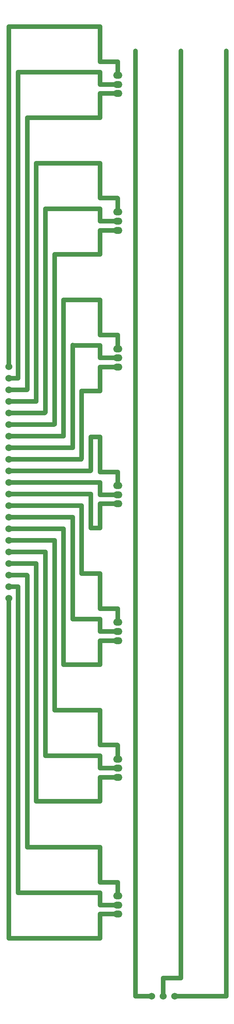
<source format=gbr>
G04 #@! TF.FileFunction,Copper,L2,Bot,Signal*
%FSLAX46Y46*%
G04 Gerber Fmt 4.6, Leading zero omitted, Abs format (unit mm)*
G04 Created by KiCad (PCBNEW 4.0.4+dfsg1-stable) date Fri Sep 30 19:59:36 2016*
%MOMM*%
%LPD*%
G01*
G04 APERTURE LIST*
%ADD10C,0.150000*%
%ADD11O,2.000000X1.500000*%
%ADD12C,1.524000*%
%ADD13C,0.600000*%
%ADD14C,1.000000*%
G04 APERTURE END LIST*
D10*
D11*
X103600000Y-37400000D03*
X103600000Y-39400000D03*
X103600000Y-41400000D03*
X103600000Y-67400000D03*
X103600000Y-69400000D03*
X103600000Y-71400000D03*
X103600000Y-97400000D03*
X103600000Y-99400000D03*
X103600000Y-101400000D03*
X103600000Y-127400000D03*
X103600000Y-129400000D03*
X103600000Y-131400000D03*
X103600000Y-157400000D03*
X103600000Y-159400000D03*
X103600000Y-161400000D03*
X103600000Y-187400000D03*
X103600000Y-189400000D03*
X103600000Y-191400000D03*
X103600000Y-217400000D03*
X103600000Y-219400000D03*
X103600000Y-221400000D03*
D12*
X79700000Y-101300000D03*
X79700000Y-103840000D03*
X79700000Y-106380000D03*
X79700000Y-108920000D03*
X79700000Y-111460000D03*
X79700000Y-114000000D03*
X79700000Y-116540000D03*
X79700000Y-119080000D03*
X79700000Y-121620000D03*
X79700000Y-124160000D03*
X79700000Y-126700000D03*
X79700000Y-129240000D03*
X79700000Y-131780000D03*
X79700000Y-134320000D03*
X79700000Y-136860000D03*
X79700000Y-139400000D03*
X79700000Y-141940000D03*
X79700000Y-144480000D03*
X79700000Y-147020000D03*
X79700000Y-149560000D03*
X79700000Y-152100000D03*
X113600000Y-239400000D03*
X116140000Y-239400000D03*
X111060000Y-239400000D03*
D13*
X99700000Y-26700000D03*
X107500000Y-222100000D03*
X107500000Y-212100000D03*
X107500000Y-202100000D03*
X107500000Y-192100000D03*
X107500000Y-182100000D03*
X107500000Y-172100000D03*
X107500000Y-162100000D03*
X107500000Y-152100000D03*
X107500000Y-142100000D03*
X107500000Y-132100000D03*
X107500000Y-122100000D03*
X107500000Y-112100000D03*
X107500000Y-102100000D03*
X107500000Y-92100000D03*
X107500000Y-82100000D03*
X107500000Y-72100000D03*
X107500000Y-62100000D03*
X107500000Y-52100000D03*
X107500000Y-42100000D03*
X107500000Y-32100000D03*
X107500000Y-232100000D03*
X117500000Y-222100000D03*
X117500000Y-212100000D03*
X117500000Y-202100000D03*
X117500000Y-192100000D03*
X117500000Y-182100000D03*
X117500000Y-172100000D03*
X117500000Y-162100000D03*
X117500000Y-152100000D03*
X117500000Y-142100000D03*
X117500000Y-132100000D03*
X117500000Y-122100000D03*
X117500000Y-112100000D03*
X117500000Y-102100000D03*
X117500000Y-92100000D03*
X117500000Y-82100000D03*
X117500000Y-72100000D03*
X117500000Y-62100000D03*
X117500000Y-52100000D03*
X117500000Y-42100000D03*
X117500000Y-32100000D03*
X117500000Y-232100000D03*
X127500000Y-222100000D03*
X127500000Y-212100000D03*
X127500000Y-202100000D03*
X127500000Y-192100000D03*
X127500000Y-182100000D03*
X127500000Y-172100000D03*
X127500000Y-162100000D03*
X127500000Y-152100000D03*
X127500000Y-142100000D03*
X127500000Y-132100000D03*
X127500000Y-122100000D03*
X127500000Y-112100000D03*
X127500000Y-102100000D03*
X127500000Y-92100000D03*
X127500000Y-82100000D03*
X127500000Y-72100000D03*
X127500000Y-62100000D03*
X127500000Y-52100000D03*
X127500000Y-42100000D03*
X127500000Y-32100000D03*
X127500000Y-232100000D03*
X99700000Y-36700000D03*
X99700000Y-46700000D03*
X99700000Y-56700000D03*
X99700000Y-66700000D03*
X99700000Y-76700000D03*
X99700000Y-86700000D03*
X99700000Y-96700000D03*
X99700000Y-106700000D03*
X99700000Y-116700000D03*
X99700000Y-126700000D03*
X99700000Y-136700000D03*
X99700000Y-146700000D03*
X99700000Y-156700000D03*
X99700000Y-166700000D03*
X99700000Y-176700000D03*
X99700000Y-186700000D03*
X99700000Y-196700000D03*
X99700000Y-206700000D03*
X99700000Y-216700000D03*
X99700000Y-226700000D03*
D14*
X99700000Y-26700000D02*
X79700000Y-26700000D01*
X79700000Y-26700000D02*
X79700000Y-101300000D01*
X99700000Y-34400000D02*
X103600000Y-34400000D01*
X103600000Y-34400000D02*
X103600000Y-37400000D01*
X99700000Y-34400000D02*
X99700000Y-26700000D01*
X107500000Y-232100000D02*
X107500000Y-239400000D01*
X107500000Y-239400000D02*
X110957073Y-239400000D01*
X110957073Y-239400000D02*
X111060000Y-239400000D01*
X107500000Y-32100000D02*
X107500000Y-42100000D01*
X107500000Y-52100000D02*
X107500000Y-62100000D01*
X107500000Y-62100000D02*
X107500000Y-72100000D01*
X107500000Y-72100000D02*
X107500000Y-82100000D01*
X107500000Y-82100000D02*
X107500000Y-92100000D01*
X107500000Y-92100000D02*
X107500000Y-102100000D01*
X107500000Y-102100000D02*
X107500000Y-112100000D01*
X107500000Y-112100000D02*
X107500000Y-122100000D01*
X107500000Y-122100000D02*
X107500000Y-132100000D01*
X107500000Y-132100000D02*
X107500000Y-142100000D01*
X107500000Y-142100000D02*
X107500000Y-152100000D01*
X107500000Y-152100000D02*
X107500000Y-162100000D01*
X107500000Y-162100000D02*
X107500000Y-172100000D01*
X107500000Y-172100000D02*
X107500000Y-182100000D01*
X107500000Y-182100000D02*
X107500000Y-192100000D01*
X107500000Y-192100000D02*
X107500000Y-202100000D01*
X107500000Y-202100000D02*
X107500000Y-212100000D01*
X107500000Y-212100000D02*
X107500000Y-222100000D01*
X107500000Y-42100000D02*
X107500000Y-52100000D01*
X107500000Y-222100000D02*
X107500000Y-232100000D01*
X113600000Y-235400000D02*
X117500000Y-235400000D01*
X113600000Y-239400000D02*
X113600000Y-235400000D01*
X117500000Y-235400000D02*
X117500000Y-232100000D01*
X117500000Y-42100000D02*
X117500000Y-32100000D01*
X117500000Y-232100000D02*
X117500000Y-222100000D01*
X117500000Y-222100000D02*
X117500000Y-212100000D01*
X117500000Y-212100000D02*
X117500000Y-202100000D01*
X117500000Y-202100000D02*
X117500000Y-192100000D01*
X117500000Y-192100000D02*
X117500000Y-182100000D01*
X117500000Y-182100000D02*
X117500000Y-172100000D01*
X117500000Y-172100000D02*
X117500000Y-162100000D01*
X117500000Y-162100000D02*
X117500000Y-152100000D01*
X117500000Y-152100000D02*
X117500000Y-142100000D01*
X117500000Y-142100000D02*
X117500000Y-132100000D01*
X117500000Y-132100000D02*
X117500000Y-122100000D01*
X117500000Y-122100000D02*
X117500000Y-112100000D01*
X117500000Y-112100000D02*
X117500000Y-102100000D01*
X117500000Y-102100000D02*
X117500000Y-92100000D01*
X117500000Y-92100000D02*
X117500000Y-82100000D01*
X117500000Y-82100000D02*
X117500000Y-72100000D01*
X117500000Y-72100000D02*
X117500000Y-62100000D01*
X117500000Y-62100000D02*
X117500000Y-52100000D01*
X117500000Y-52100000D02*
X117500000Y-42100000D01*
X127500000Y-239400000D02*
X127500000Y-232100000D01*
X116140000Y-239400000D02*
X127500000Y-239400000D01*
X127500000Y-42100000D02*
X127500000Y-32100000D01*
X127500000Y-232100000D02*
X127500000Y-222100000D01*
X127500000Y-222100000D02*
X127500000Y-212100000D01*
X127500000Y-212100000D02*
X127500000Y-202100000D01*
X127500000Y-202100000D02*
X127500000Y-192100000D01*
X127500000Y-192100000D02*
X127500000Y-182100000D01*
X127500000Y-182100000D02*
X127500000Y-172100000D01*
X127500000Y-172100000D02*
X127500000Y-162100000D01*
X127500000Y-162100000D02*
X127500000Y-152100000D01*
X127500000Y-152100000D02*
X127500000Y-142100000D01*
X127500000Y-142100000D02*
X127500000Y-132100000D01*
X127500000Y-132100000D02*
X127500000Y-122100000D01*
X127500000Y-122100000D02*
X127500000Y-112100000D01*
X127500000Y-112100000D02*
X127500000Y-102100000D01*
X127500000Y-102100000D02*
X127500000Y-92100000D01*
X127500000Y-92100000D02*
X127500000Y-82100000D01*
X127500000Y-82100000D02*
X127500000Y-72100000D01*
X127500000Y-72100000D02*
X127500000Y-62100000D01*
X127500000Y-62100000D02*
X127500000Y-52100000D01*
X127500000Y-52100000D02*
X127500000Y-42100000D01*
X99700000Y-36700000D02*
X81700000Y-36700000D01*
X81700000Y-36700000D02*
X81660000Y-36740000D01*
X81660000Y-103840000D02*
X81660000Y-36740000D01*
X81660000Y-36740000D02*
X81700000Y-36700000D01*
X79700000Y-103840000D02*
X81660000Y-103840000D01*
X103600000Y-39400000D02*
X99700000Y-39400000D01*
X99700000Y-39400000D02*
X99700000Y-36700000D01*
X99700000Y-46700000D02*
X83700000Y-46700000D01*
X83620000Y-106380000D02*
X83700000Y-106300000D01*
X83700000Y-106300000D02*
X83700000Y-46700000D01*
X83620000Y-106380000D02*
X79700000Y-106380000D01*
X103600000Y-41400000D02*
X99700000Y-41400000D01*
X99700000Y-41400000D02*
X99700000Y-46700000D01*
X99700000Y-56700000D02*
X85700000Y-56700000D01*
X85680000Y-108920000D02*
X79700000Y-108920000D01*
X85700000Y-108900000D02*
X85700000Y-56700000D01*
X85680000Y-108920000D02*
X85700000Y-108900000D01*
X99680000Y-56720000D02*
X99700000Y-56700000D01*
X99680000Y-56720000D02*
X99700000Y-56700000D01*
X99680000Y-56720000D02*
X99700000Y-56700000D01*
X99700000Y-64300000D02*
X99700000Y-56700000D01*
X103600000Y-64400000D02*
X103500000Y-64300000D01*
X103500000Y-64300000D02*
X99700000Y-64300000D01*
X103600000Y-67400000D02*
X103600000Y-64400000D01*
X99700000Y-66700000D02*
X87700000Y-66700000D01*
X87700000Y-66700000D02*
X87700000Y-111300000D01*
X87700000Y-111300000D02*
X87540000Y-111460000D01*
X87540000Y-111460000D02*
X87700000Y-111300000D01*
X87540000Y-111460000D02*
X79700000Y-111460000D01*
X103600000Y-69400000D02*
X99700000Y-69400000D01*
X99700000Y-69400000D02*
X99700000Y-66700000D01*
X99700000Y-76700000D02*
X89700000Y-76700000D01*
X89600000Y-114000000D02*
X79700000Y-114000000D01*
X89700000Y-113900000D02*
X89700000Y-76700000D01*
X89600000Y-114000000D02*
X89700000Y-113900000D01*
X103600000Y-71400000D02*
X99700000Y-71400000D01*
X99700000Y-71400000D02*
X99700000Y-76700000D01*
X99700000Y-86700000D02*
X91700000Y-86700000D01*
X91660000Y-116540000D02*
X79700000Y-116540000D01*
X91700000Y-116500000D02*
X91700000Y-86700000D01*
X91660000Y-116540000D02*
X91700000Y-116500000D01*
X99700000Y-94400000D02*
X99700000Y-86700000D01*
X103600000Y-94400000D02*
X99700000Y-94400000D01*
X103600000Y-97400000D02*
X103600000Y-94400000D01*
X99700000Y-96700000D02*
X93800000Y-96700000D01*
X93680000Y-119080000D02*
X79700000Y-119080000D01*
X93700000Y-119060000D02*
X93700000Y-96600000D01*
X93680000Y-119080000D02*
X93700000Y-119060000D01*
X93800000Y-96700000D02*
X93700000Y-96600000D01*
X99700000Y-96700000D02*
X99700000Y-99400000D01*
X99700000Y-99400000D02*
X103600000Y-99400000D01*
X99700000Y-106700000D02*
X95700000Y-106700000D01*
X95700000Y-121500000D02*
X95700000Y-106700000D01*
X95580000Y-121620000D02*
X95700000Y-121500000D01*
X95580000Y-121620000D02*
X79700000Y-121620000D01*
X103600000Y-101400000D02*
X99700000Y-101400000D01*
X99700000Y-101400000D02*
X99700000Y-106700000D01*
X99700000Y-116700000D02*
X97700000Y-116700000D01*
X79700000Y-124160000D02*
X97640000Y-124160000D01*
X97640000Y-124160000D02*
X97700000Y-124100000D01*
X97700000Y-124100000D02*
X97700000Y-116700000D01*
X97640000Y-124160000D02*
X97700000Y-124100000D01*
X97700000Y-124100000D02*
X97700000Y-116700000D01*
X79740000Y-124200000D02*
X79700000Y-124160000D01*
X99700000Y-124400000D02*
X99700000Y-116700000D01*
X103600000Y-124400000D02*
X99700000Y-124400000D01*
X103600000Y-127400000D02*
X103600000Y-124400000D01*
X79700000Y-126700000D02*
X99700000Y-126700000D01*
X103600000Y-129400000D02*
X99700000Y-129400000D01*
X99700000Y-129400000D02*
X99700000Y-126700000D01*
X99700000Y-136700000D02*
X97700000Y-136700000D01*
X97660000Y-129240000D02*
X97700000Y-129280000D01*
X97700000Y-129280000D02*
X97700000Y-136700000D01*
X97660000Y-129240000D02*
X79700000Y-129240000D01*
X103600000Y-131400000D02*
X99700000Y-131400000D01*
X99700000Y-131400000D02*
X99700000Y-136700000D01*
X99700000Y-146700000D02*
X95700000Y-146700000D01*
X95680000Y-131780000D02*
X95700000Y-131800000D01*
X95700000Y-131800000D02*
X95700000Y-146700000D01*
X95680000Y-131780000D02*
X79700000Y-131780000D01*
X99700000Y-154400000D02*
X99700000Y-146700000D01*
X103600000Y-154400000D02*
X99700000Y-154400000D01*
X103600000Y-157400000D02*
X103600000Y-154400000D01*
X99700000Y-156700000D02*
X93700000Y-156700000D01*
X93680000Y-134320000D02*
X93700000Y-134340000D01*
X93700000Y-134340000D02*
X93700000Y-156700000D01*
X93680000Y-134320000D02*
X79700000Y-134320000D01*
X103600000Y-159400000D02*
X99700000Y-159400000D01*
X99700000Y-159400000D02*
X99700000Y-156700000D01*
X99700000Y-166700000D02*
X91700000Y-166700000D01*
X91660000Y-136860000D02*
X91700000Y-136900000D01*
X91700000Y-136900000D02*
X91700000Y-166700000D01*
X91660000Y-136860000D02*
X79700000Y-136860000D01*
X103600000Y-161400000D02*
X99700000Y-161400000D01*
X99700000Y-161400000D02*
X99700000Y-166700000D01*
X99700000Y-176700000D02*
X89700000Y-176700000D01*
X89700000Y-139400000D02*
X89700000Y-176700000D01*
X89700000Y-139400000D02*
X79700000Y-139400000D01*
X99700000Y-184300000D02*
X99700000Y-176700000D01*
X103600000Y-184400000D02*
X103500000Y-184300000D01*
X103500000Y-184300000D02*
X99700000Y-184300000D01*
X103600000Y-187400000D02*
X103600000Y-184400000D01*
X99700000Y-186700000D02*
X87700000Y-186700000D01*
X87640000Y-141940000D02*
X87700000Y-142000000D01*
X87700000Y-142000000D02*
X87700000Y-186700000D01*
X87640000Y-141940000D02*
X79700000Y-141940000D01*
X103600000Y-189400000D02*
X99700000Y-189400000D01*
X99700000Y-189400000D02*
X99700000Y-186700000D01*
X99700000Y-196700000D02*
X85700000Y-196700000D01*
X85680000Y-144480000D02*
X85700000Y-144500000D01*
X85700000Y-144500000D02*
X85700000Y-196700000D01*
X85680000Y-144480000D02*
X79700000Y-144480000D01*
X103600000Y-191400000D02*
X99700000Y-191400000D01*
X99700000Y-191400000D02*
X99700000Y-196700000D01*
X99700000Y-206700000D02*
X83700000Y-206700000D01*
X83620000Y-147020000D02*
X83700000Y-147100000D01*
X83700000Y-147100000D02*
X83700000Y-206700000D01*
X83620000Y-147020000D02*
X79700000Y-147020000D01*
X99700000Y-214400000D02*
X99700000Y-206700000D01*
X103600000Y-214400000D02*
X99700000Y-214400000D01*
X103600000Y-217400000D02*
X103600000Y-214400000D01*
X99700000Y-216700000D02*
X81700000Y-216700000D01*
X81660000Y-149560000D02*
X81700000Y-149600000D01*
X81700000Y-149600000D02*
X81700000Y-216700000D01*
X81660000Y-149560000D02*
X79700000Y-149560000D01*
X103600000Y-219400000D02*
X99700000Y-219400000D01*
X99700000Y-219400000D02*
X99700000Y-216700000D01*
X99700000Y-226700000D02*
X79700000Y-226700000D01*
X99700000Y-221400000D02*
X99700000Y-226700000D01*
X79700000Y-226700000D02*
X79700000Y-152100000D01*
X103600000Y-221400000D02*
X99700000Y-221400000D01*
M02*

</source>
